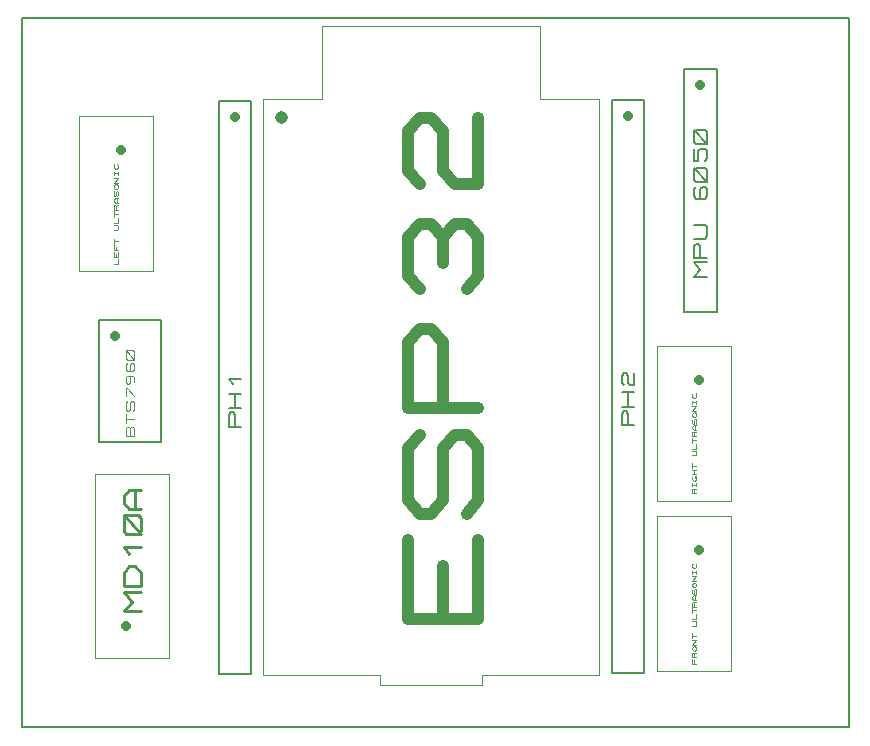
<source format=gbr>
G04 PROTEUS RS274X GERBER FILE*
%FSLAX45Y45*%
%MOMM*%
G01*
%ADD21C,0.050000*%
%ADD22C,1.117600*%
%ADD23C,0.992460*%
%ADD13C,0.203200*%
%ADD24C,0.812800*%
%ADD25C,0.240550*%
%ADD70C,0.063640*%
%ADD26C,0.059700*%
%ADD27C,0.119740*%
%ADD28C,0.177800*%
D21*
X-1457623Y+2319179D02*
X-1457623Y-2556821D01*
X+1382377Y-2556821D02*
X+1382377Y+2319179D01*
X+887377Y+2319179D01*
X-962623Y+2319179D02*
X-1457623Y+2319179D01*
X-962623Y+2319179D02*
X-962623Y+2936179D01*
X+887377Y+2936179D01*
X+887377Y+2319179D01*
X-1457623Y-2556821D02*
X-469623Y-2556821D01*
X-469623Y-2643821D01*
X+393377Y-2643821D01*
X+393377Y-2556821D01*
X+1382377Y-2556821D01*
D22*
X-1307623Y+2166179D02*
X-1307623Y+2166179D01*
D23*
X+364306Y-1416947D02*
X+364306Y-2086858D01*
X-231171Y-2086858D01*
X-231171Y-1416947D01*
X+66567Y-2086858D02*
X+66567Y-1640251D01*
X+265060Y-1193643D02*
X+364306Y-1081992D01*
X+364306Y-635384D01*
X+265060Y-523732D01*
X+165814Y-523732D01*
X+66567Y-635384D01*
X+66567Y-1081992D01*
X-32679Y-1193643D01*
X-131925Y-1193643D01*
X-231171Y-1081992D01*
X-231171Y-635384D01*
X-131925Y-523732D01*
X+364306Y-300428D02*
X-231171Y-300428D01*
X-231171Y+257831D01*
X-131925Y+369483D01*
X-32679Y+369483D01*
X+66567Y+257831D01*
X+66567Y-300428D01*
X-131925Y+704438D02*
X-231171Y+816090D01*
X-231171Y+1151046D01*
X-131925Y+1262698D01*
X-32679Y+1262698D01*
X+66567Y+1151046D01*
X+165814Y+1262698D01*
X+265060Y+1262698D01*
X+364306Y+1151046D01*
X+364306Y+816090D01*
X+265060Y+704438D01*
X+66567Y+927742D02*
X+66567Y+1151046D01*
X-131925Y+1597653D02*
X-231171Y+1709305D01*
X-231171Y+2044261D01*
X-131925Y+2155913D01*
X-32679Y+2155913D01*
X+66567Y+2044261D01*
X+66567Y+1709305D01*
X+165814Y+1597653D01*
X+364306Y+1597653D01*
X+364306Y+2155913D01*
D13*
X-3500000Y-3000000D02*
X+3500000Y-3000000D01*
X+3500000Y+3000000D01*
X-3500000Y+3000000D01*
X-3500000Y-3000000D01*
D21*
X-2255623Y-854599D02*
X-2255623Y-2414599D01*
X-2879623Y-2414599D01*
X-2879623Y-854599D01*
X-2255623Y-854599D01*
D24*
X-2617623Y-2144599D02*
X-2617623Y-2144599D01*
D25*
X-2495457Y-2019276D02*
X-2639790Y-2019276D01*
X-2567623Y-1938089D01*
X-2639790Y-1856902D01*
X-2495457Y-1856902D01*
X-2495457Y-1802777D02*
X-2639790Y-1802777D01*
X-2639790Y-1694528D01*
X-2591679Y-1640403D01*
X-2543568Y-1640403D01*
X-2495457Y-1694528D01*
X-2495457Y-1802777D01*
X-2591679Y-1532154D02*
X-2639790Y-1478029D01*
X-2495457Y-1478029D01*
X-2519512Y-1369779D02*
X-2615734Y-1369779D01*
X-2639790Y-1342717D01*
X-2639790Y-1234468D01*
X-2615734Y-1207405D01*
X-2519512Y-1207405D01*
X-2495457Y-1234468D01*
X-2495457Y-1342717D01*
X-2519512Y-1369779D01*
X-2495457Y-1369779D02*
X-2639790Y-1207405D01*
X-2495457Y-1153280D02*
X-2591679Y-1153280D01*
X-2639790Y-1099156D01*
X-2639790Y-1045031D01*
X-2591679Y-990906D01*
X-2495457Y-990906D01*
X-2543568Y-1153280D02*
X-2543568Y-990906D01*
D21*
X-3017377Y+859821D02*
X-3017377Y+2169821D01*
X-2393377Y+2169821D01*
X-2393377Y+859821D01*
X-3017377Y+859821D01*
D24*
X-2665377Y+1884821D02*
X-2665377Y+1884821D01*
D70*
X-2724470Y+921144D02*
X-2686283Y+921144D01*
X-2686283Y+964104D01*
X-2686283Y+1021385D02*
X-2686283Y+978425D01*
X-2724470Y+978425D01*
X-2724470Y+1021385D01*
X-2705377Y+978425D02*
X-2705377Y+1007065D01*
X-2686283Y+1035706D02*
X-2724470Y+1035706D01*
X-2724470Y+1078666D01*
X-2705377Y+1035706D02*
X-2705377Y+1064346D01*
X-2724470Y+1092987D02*
X-2724470Y+1135947D01*
X-2724470Y+1114467D02*
X-2686283Y+1114467D01*
X-2724470Y+1207549D02*
X-2692647Y+1207549D01*
X-2686283Y+1214709D01*
X-2686283Y+1243349D01*
X-2692647Y+1250509D01*
X-2724470Y+1250509D01*
X-2724470Y+1264830D02*
X-2686283Y+1264830D01*
X-2686283Y+1307790D01*
X-2724470Y+1322111D02*
X-2724470Y+1365071D01*
X-2724470Y+1343591D02*
X-2686283Y+1343591D01*
X-2686283Y+1379392D02*
X-2724470Y+1379392D01*
X-2724470Y+1415192D01*
X-2718106Y+1422352D01*
X-2711741Y+1422352D01*
X-2705377Y+1415192D01*
X-2705377Y+1379392D01*
X-2705377Y+1415192D02*
X-2699012Y+1422352D01*
X-2686283Y+1422352D01*
X-2686283Y+1436673D02*
X-2711741Y+1436673D01*
X-2724470Y+1450993D01*
X-2724470Y+1465313D01*
X-2711741Y+1479633D01*
X-2686283Y+1479633D01*
X-2699012Y+1436673D02*
X-2699012Y+1479633D01*
X-2692647Y+1493954D02*
X-2686283Y+1501114D01*
X-2686283Y+1529754D01*
X-2692647Y+1536914D01*
X-2699012Y+1536914D01*
X-2705377Y+1529754D01*
X-2705377Y+1501114D01*
X-2711741Y+1493954D01*
X-2718106Y+1493954D01*
X-2724470Y+1501114D01*
X-2724470Y+1529754D01*
X-2718106Y+1536914D01*
X-2711741Y+1551235D02*
X-2724470Y+1565555D01*
X-2724470Y+1579875D01*
X-2711741Y+1594195D01*
X-2699012Y+1594195D01*
X-2686283Y+1579875D01*
X-2686283Y+1565555D01*
X-2699012Y+1551235D01*
X-2711741Y+1551235D01*
X-2686283Y+1608516D02*
X-2724470Y+1608516D01*
X-2686283Y+1651476D01*
X-2724470Y+1651476D01*
X-2724470Y+1672957D02*
X-2724470Y+1701597D01*
X-2724470Y+1687277D02*
X-2686283Y+1687277D01*
X-2686283Y+1672957D02*
X-2686283Y+1701597D01*
X-2692647Y+1766038D02*
X-2686283Y+1758878D01*
X-2686283Y+1737398D01*
X-2699012Y+1723078D01*
X-2711741Y+1723078D01*
X-2724470Y+1737398D01*
X-2724470Y+1758878D01*
X-2718106Y+1766038D01*
D21*
X+1880377Y-1083222D02*
X+1880377Y+226778D01*
X+2504377Y+226778D01*
X+2504377Y-1083222D01*
X+1880377Y-1083222D01*
D24*
X+2232377Y-58222D02*
X+2232377Y-58222D01*
D26*
X+2210290Y-1022196D02*
X+2174464Y-1022196D01*
X+2174464Y-988610D01*
X+2180435Y-981893D01*
X+2186406Y-981893D01*
X+2192377Y-988610D01*
X+2192377Y-1022196D01*
X+2192377Y-988610D02*
X+2198348Y-981893D01*
X+2210290Y-981893D01*
X+2174464Y-961741D02*
X+2174464Y-934872D01*
X+2174464Y-948307D02*
X+2210290Y-948307D01*
X+2210290Y-961741D02*
X+2210290Y-934872D01*
X+2198348Y-887851D02*
X+2198348Y-874417D01*
X+2210290Y-874417D01*
X+2210290Y-901286D01*
X+2198348Y-914720D01*
X+2186406Y-914720D01*
X+2174464Y-901286D01*
X+2174464Y-881134D01*
X+2180435Y-874417D01*
X+2210290Y-860982D02*
X+2174464Y-860982D01*
X+2174464Y-820679D02*
X+2210290Y-820679D01*
X+2192377Y-860982D02*
X+2192377Y-820679D01*
X+2174464Y-807244D02*
X+2174464Y-766941D01*
X+2174464Y-787093D02*
X+2210290Y-787093D01*
X+2174464Y-699768D02*
X+2204319Y-699768D01*
X+2210290Y-693051D01*
X+2210290Y-666182D01*
X+2204319Y-659465D01*
X+2174464Y-659465D01*
X+2174464Y-646030D02*
X+2210290Y-646030D01*
X+2210290Y-605727D01*
X+2174464Y-592292D02*
X+2174464Y-551989D01*
X+2174464Y-572141D02*
X+2210290Y-572141D01*
X+2210290Y-538554D02*
X+2174464Y-538554D01*
X+2174464Y-504968D01*
X+2180435Y-498251D01*
X+2186406Y-498251D01*
X+2192377Y-504968D01*
X+2192377Y-538554D01*
X+2192377Y-504968D02*
X+2198348Y-498251D01*
X+2210290Y-498251D01*
X+2210290Y-484816D02*
X+2186406Y-484816D01*
X+2174464Y-471382D01*
X+2174464Y-457947D01*
X+2186406Y-444513D01*
X+2210290Y-444513D01*
X+2198348Y-484816D02*
X+2198348Y-444513D01*
X+2204319Y-431078D02*
X+2210290Y-424361D01*
X+2210290Y-397492D01*
X+2204319Y-390775D01*
X+2198348Y-390775D01*
X+2192377Y-397492D01*
X+2192377Y-424361D01*
X+2186406Y-431078D01*
X+2180435Y-431078D01*
X+2174464Y-424361D01*
X+2174464Y-397492D01*
X+2180435Y-390775D01*
X+2186406Y-377340D02*
X+2174464Y-363906D01*
X+2174464Y-350471D01*
X+2186406Y-337037D01*
X+2198348Y-337037D01*
X+2210290Y-350471D01*
X+2210290Y-363906D01*
X+2198348Y-377340D01*
X+2186406Y-377340D01*
X+2210290Y-323602D02*
X+2174464Y-323602D01*
X+2210290Y-283299D01*
X+2174464Y-283299D01*
X+2174464Y-263147D02*
X+2174464Y-236278D01*
X+2174464Y-249713D02*
X+2210290Y-249713D01*
X+2210290Y-263147D02*
X+2210290Y-236278D01*
X+2204319Y-175823D02*
X+2210290Y-182540D01*
X+2210290Y-202692D01*
X+2198348Y-216126D01*
X+2186406Y-216126D01*
X+2174464Y-202692D01*
X+2174464Y-182540D01*
X+2180435Y-175823D01*
D21*
X+1880377Y-2524420D02*
X+1880377Y-1214420D01*
X+2504377Y-1214420D01*
X+2504377Y-2524420D01*
X+1880377Y-2524420D01*
D24*
X+2232377Y-1499420D02*
X+2232377Y-1499420D01*
D26*
X+2210290Y-2463394D02*
X+2174464Y-2463394D01*
X+2174464Y-2423091D01*
X+2192377Y-2463394D02*
X+2192377Y-2436525D01*
X+2210290Y-2409656D02*
X+2174464Y-2409656D01*
X+2174464Y-2376070D01*
X+2180435Y-2369353D01*
X+2186406Y-2369353D01*
X+2192377Y-2376070D01*
X+2192377Y-2409656D01*
X+2192377Y-2376070D02*
X+2198348Y-2369353D01*
X+2210290Y-2369353D01*
X+2186406Y-2355918D02*
X+2174464Y-2342484D01*
X+2174464Y-2329049D01*
X+2186406Y-2315615D01*
X+2198348Y-2315615D01*
X+2210290Y-2329049D01*
X+2210290Y-2342484D01*
X+2198348Y-2355918D01*
X+2186406Y-2355918D01*
X+2210290Y-2302180D02*
X+2174464Y-2302180D01*
X+2210290Y-2261877D01*
X+2174464Y-2261877D01*
X+2174464Y-2248442D02*
X+2174464Y-2208139D01*
X+2174464Y-2228291D02*
X+2210290Y-2228291D01*
X+2174464Y-2140966D02*
X+2204319Y-2140966D01*
X+2210290Y-2134249D01*
X+2210290Y-2107380D01*
X+2204319Y-2100663D01*
X+2174464Y-2100663D01*
X+2174464Y-2087228D02*
X+2210290Y-2087228D01*
X+2210290Y-2046925D01*
X+2174464Y-2033490D02*
X+2174464Y-1993187D01*
X+2174464Y-2013339D02*
X+2210290Y-2013339D01*
X+2210290Y-1979752D02*
X+2174464Y-1979752D01*
X+2174464Y-1946166D01*
X+2180435Y-1939449D01*
X+2186406Y-1939449D01*
X+2192377Y-1946166D01*
X+2192377Y-1979752D01*
X+2192377Y-1946166D02*
X+2198348Y-1939449D01*
X+2210290Y-1939449D01*
X+2210290Y-1926014D02*
X+2186406Y-1926014D01*
X+2174464Y-1912580D01*
X+2174464Y-1899145D01*
X+2186406Y-1885711D01*
X+2210290Y-1885711D01*
X+2198348Y-1926014D02*
X+2198348Y-1885711D01*
X+2204319Y-1872276D02*
X+2210290Y-1865559D01*
X+2210290Y-1838690D01*
X+2204319Y-1831973D01*
X+2198348Y-1831973D01*
X+2192377Y-1838690D01*
X+2192377Y-1865559D01*
X+2186406Y-1872276D01*
X+2180435Y-1872276D01*
X+2174464Y-1865559D01*
X+2174464Y-1838690D01*
X+2180435Y-1831973D01*
X+2186406Y-1818538D02*
X+2174464Y-1805104D01*
X+2174464Y-1791669D01*
X+2186406Y-1778235D01*
X+2198348Y-1778235D01*
X+2210290Y-1791669D01*
X+2210290Y-1805104D01*
X+2198348Y-1818538D01*
X+2186406Y-1818538D01*
X+2210290Y-1764800D02*
X+2174464Y-1764800D01*
X+2210290Y-1724497D01*
X+2174464Y-1724497D01*
X+2174464Y-1704345D02*
X+2174464Y-1677476D01*
X+2174464Y-1690911D02*
X+2210290Y-1690911D01*
X+2210290Y-1704345D02*
X+2210290Y-1677476D01*
X+2204319Y-1617021D02*
X+2210290Y-1623738D01*
X+2210290Y-1643890D01*
X+2198348Y-1657324D01*
X+2186406Y-1657324D01*
X+2174464Y-1643890D01*
X+2174464Y-1623738D01*
X+2180435Y-1617021D01*
D13*
X-2849099Y-589928D02*
X-2320779Y-589928D01*
X-2320779Y+446392D01*
X-2849099Y+446392D01*
X-2849099Y-589928D01*
D24*
X-2711939Y+309232D02*
X-2711939Y+309232D01*
D27*
X-2549016Y-537852D02*
X-2620861Y-537852D01*
X-2620861Y-470498D01*
X-2608887Y-457027D01*
X-2596913Y-457027D01*
X-2584939Y-470498D01*
X-2572964Y-457027D01*
X-2560990Y-457027D01*
X-2549016Y-470498D01*
X-2549016Y-537852D01*
X-2584939Y-537852D02*
X-2584939Y-470498D01*
X-2620861Y-430085D02*
X-2620861Y-349260D01*
X-2620861Y-389673D02*
X-2549016Y-389673D01*
X-2560990Y-322318D02*
X-2549016Y-308848D01*
X-2549016Y-254964D01*
X-2560990Y-241493D01*
X-2572964Y-241493D01*
X-2584939Y-254964D01*
X-2584939Y-308848D01*
X-2596913Y-322318D01*
X-2608887Y-322318D01*
X-2620861Y-308848D01*
X-2620861Y-254964D01*
X-2608887Y-241493D01*
X-2620861Y-201081D02*
X-2620861Y-133726D01*
X-2608887Y-133726D01*
X-2549016Y-201081D01*
X-2596913Y-25959D02*
X-2584939Y-39430D01*
X-2584939Y-79843D01*
X-2596913Y-93314D01*
X-2608887Y-93314D01*
X-2620861Y-79843D01*
X-2620861Y-39430D01*
X-2608887Y-25959D01*
X-2560990Y-25959D01*
X-2549016Y-39430D01*
X-2549016Y-79843D01*
X-2608887Y+81808D02*
X-2620861Y+68337D01*
X-2620861Y+27924D01*
X-2608887Y+14453D01*
X-2560990Y+14453D01*
X-2549016Y+27924D01*
X-2549016Y+68337D01*
X-2560990Y+81808D01*
X-2572964Y+81808D01*
X-2584939Y+68337D01*
X-2584939Y+14453D01*
X-2560990Y+108750D02*
X-2608887Y+108750D01*
X-2620861Y+122220D01*
X-2620861Y+176104D01*
X-2608887Y+189575D01*
X-2560990Y+189575D01*
X-2549016Y+176104D01*
X-2549016Y+122220D01*
X-2560990Y+108750D01*
X-2549016Y+108750D02*
X-2620861Y+189575D01*
D13*
X+2107877Y+516359D02*
X+2382197Y+516359D01*
X+2382197Y+2568679D01*
X+2107877Y+2568679D01*
X+2107877Y+516359D01*
D24*
X+2245037Y+2431519D02*
X+2245037Y+2431519D01*
D28*
X+2298377Y+813539D02*
X+2191697Y+813539D01*
X+2245037Y+873546D01*
X+2191697Y+933554D01*
X+2298377Y+933554D01*
X+2298377Y+973559D02*
X+2191697Y+973559D01*
X+2191697Y+1073571D01*
X+2209477Y+1093574D01*
X+2227257Y+1093574D01*
X+2245037Y+1073571D01*
X+2245037Y+973559D01*
X+2191697Y+1133579D02*
X+2280597Y+1133579D01*
X+2298377Y+1153581D01*
X+2298377Y+1233591D01*
X+2280597Y+1253594D01*
X+2191697Y+1253594D01*
X+2209477Y+1573634D02*
X+2191697Y+1553631D01*
X+2191697Y+1493624D01*
X+2209477Y+1473621D01*
X+2280597Y+1473621D01*
X+2298377Y+1493624D01*
X+2298377Y+1553631D01*
X+2280597Y+1573634D01*
X+2262817Y+1573634D01*
X+2245037Y+1553631D01*
X+2245037Y+1473621D01*
X+2280597Y+1613639D02*
X+2209477Y+1613639D01*
X+2191697Y+1633641D01*
X+2191697Y+1713651D01*
X+2209477Y+1733654D01*
X+2280597Y+1733654D01*
X+2298377Y+1713651D01*
X+2298377Y+1633641D01*
X+2280597Y+1613639D01*
X+2298377Y+1613639D02*
X+2191697Y+1733654D01*
X+2191697Y+1893674D02*
X+2191697Y+1793661D01*
X+2227257Y+1793661D01*
X+2227257Y+1873671D01*
X+2245037Y+1893674D01*
X+2280597Y+1893674D01*
X+2298377Y+1873671D01*
X+2298377Y+1813664D01*
X+2280597Y+1793661D01*
X+2280597Y+1933679D02*
X+2209477Y+1933679D01*
X+2191697Y+1953681D01*
X+2191697Y+2033691D01*
X+2209477Y+2053694D01*
X+2280597Y+2053694D01*
X+2298377Y+2033691D01*
X+2298377Y+1953681D01*
X+2280597Y+1933679D01*
X+2298377Y+1933679D02*
X+2191697Y+2053694D01*
D13*
X-1834783Y-2553981D02*
X-1560463Y-2553981D01*
X-1560463Y+2298339D01*
X-1834783Y+2298339D01*
X-1834783Y-2553981D01*
D24*
X-1697623Y+2161179D02*
X-1697623Y+2161179D01*
D28*
X-1644283Y-456751D02*
X-1750963Y-456751D01*
X-1750963Y-356739D01*
X-1733183Y-336736D01*
X-1715403Y-336736D01*
X-1697623Y-356739D01*
X-1697623Y-456751D01*
X-1644283Y-296731D02*
X-1750963Y-296731D01*
X-1750963Y-176716D02*
X-1644283Y-176716D01*
X-1697623Y-296731D02*
X-1697623Y-176716D01*
X-1715403Y-96706D02*
X-1750963Y-56701D01*
X-1644283Y-56701D01*
D13*
X+1495217Y-2543981D02*
X+1769537Y-2543981D01*
X+1769537Y+2308339D01*
X+1495217Y+2308339D01*
X+1495217Y-2543981D01*
D24*
X+1632377Y+2171179D02*
X+1632377Y+2171179D01*
D28*
X+1685717Y-446751D02*
X+1579037Y-446751D01*
X+1579037Y-346739D01*
X+1596817Y-326736D01*
X+1614597Y-326736D01*
X+1632377Y-346739D01*
X+1632377Y-446751D01*
X+1685717Y-286731D02*
X+1579037Y-286731D01*
X+1579037Y-166716D02*
X+1685717Y-166716D01*
X+1632377Y-286731D02*
X+1632377Y-166716D01*
X+1596817Y-106709D02*
X+1579037Y-86706D01*
X+1579037Y-26699D01*
X+1596817Y-6696D01*
X+1614597Y-6696D01*
X+1632377Y-26699D01*
X+1632377Y-86706D01*
X+1650157Y-106709D01*
X+1685717Y-106709D01*
X+1685717Y-6696D01*
M02*

</source>
